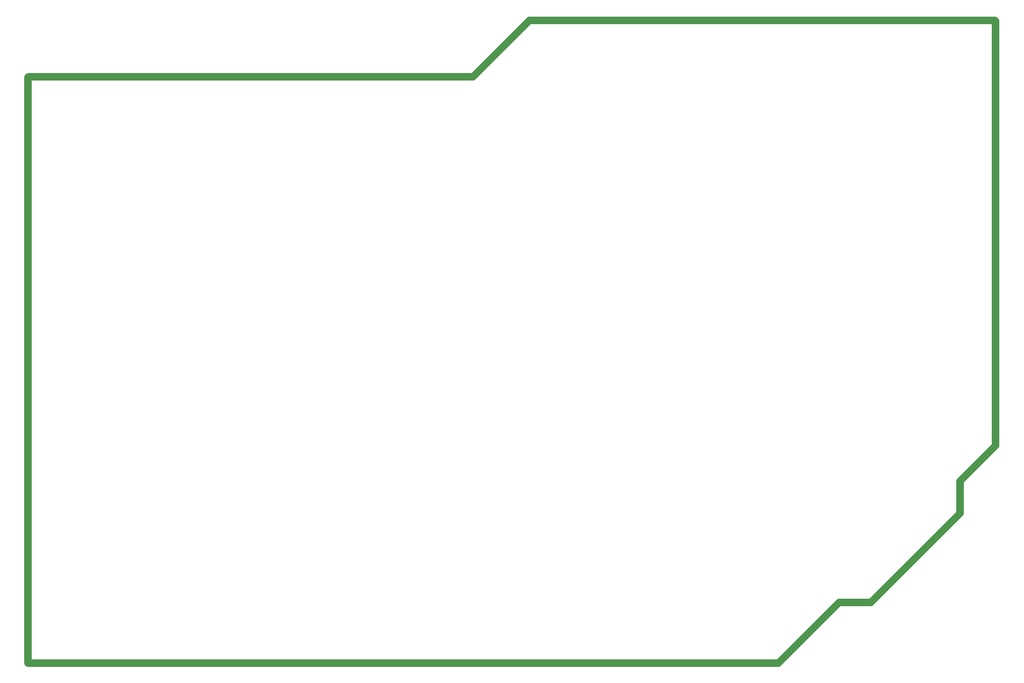
<source format=gm1>
G04*
G04 #@! TF.GenerationSoftware,Altium Limited,Altium Designer,22.1.2 (22)*
G04*
G04 Layer_Color=16711935*
%FSLAX25Y25*%
%MOIN*%
G70*
G04*
G04 #@! TF.SameCoordinates,DBBF1DAF-B7B8-4F0F-8103-75AA92EAAB8F*
G04*
G04*
G04 #@! TF.FilePolarity,Positive*
G04*
G01*
G75*
%ADD76C,0.04724*%
D76*
Y31500D01*
Y0D02*
X465159D01*
X502744Y37585D01*
X522585D01*
X577915Y92915D01*
Y112756D01*
X600000Y134841D01*
Y398414D01*
X599414Y399000D02*
X600000Y398414D01*
X311000Y399000D02*
X599414D01*
X276000Y364000D02*
X311000Y399000D01*
X586Y364000D02*
X276000D01*
X0Y363414D02*
X586Y364000D01*
X0Y31500D02*
Y363414D01*
M02*

</source>
